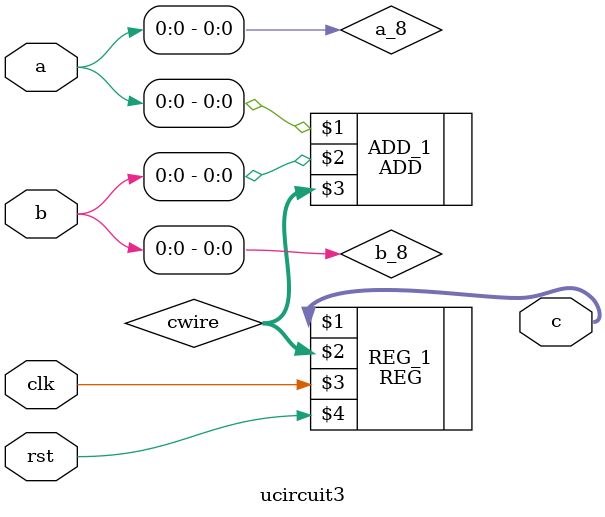
<source format=v>
`timescale 1ns / 1ns

module ucircuit3(a, b, c, clk, rst);

        input clk, rst;
        input  [ 31:0] a;
        input  [ 15:0] b;

        output [ 7:0] c;

        wire   [ 7:0] cwire;
        
        assign a_8 = a[7:0];
        assign b_8 = b[7:0];

        ADD    #(.DATAWIDTH( 8)) ADD_1(a_8, b_8, cwire);                // cwire = a + b
        REG    #(.DATAWIDTH( 8)) REG_1(c, cwire, clk, rst);             // c = cwire

endmodule

</source>
